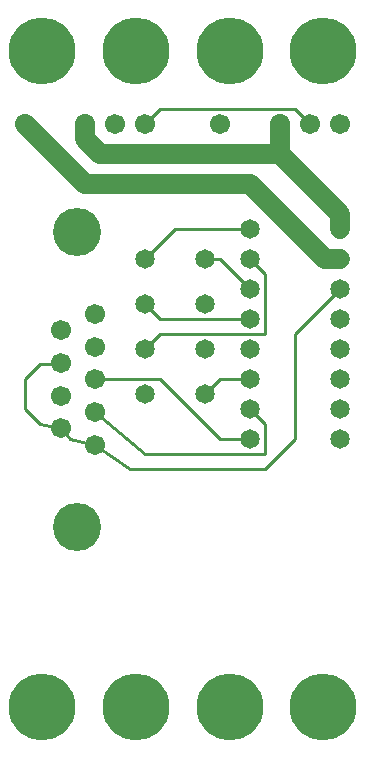
<source format=gbl>
%MOIN*%
%FSLAX25Y25*%
G04 D10 used for Character Trace; *
G04     Circle (OD=.01000) (No hole)*
G04 D11 used for Power Trace; *
G04     Circle (OD=.06700) (No hole)*
G04 D12 used for Signal Trace; *
G04     Circle (OD=.01100) (No hole)*
G04 D13 used for Via; *
G04     Circle (OD=.05800) (Round. Hole ID=.02800)*
G04 D14 used for Component hole; *
G04     Circle (OD=.06500) (Round. Hole ID=.03500)*
G04 D15 used for Component hole; *
G04     Circle (OD=.06700) (Round. Hole ID=.04300)*
G04 D16 used for Component hole; *
G04     Circle (OD=.08100) (Round. Hole ID=.05100)*
G04 D17 used for Component hole; *
G04     Circle (OD=.08900) (Round. Hole ID=.05900)*
G04 D18 used for Component hole; *
G04     Circle (OD=.11300) (Round. Hole ID=.08300)*
G04 D19 used for Component hole; *
G04     Circle (OD=.16000) (Round. Hole ID=.13000)*
G04 D20 used for Component hole; *
G04     Circle (OD=.18300) (Round. Hole ID=.15300)*
G04 D21 used for Component hole; *
G04     Circle (OD=.22291) (Round. Hole ID=.19291)*
%ADD10C,.01000*%
%ADD11C,.06700*%
%ADD12C,.01100*%
%ADD13C,.05800*%
%ADD14C,.06500*%
%ADD15C,.06700*%
%ADD16C,.08100*%
%ADD17C,.08900*%
%ADD18C,.11300*%
%ADD19C,.16000*%
%ADD20C,.18300*%
%ADD21C,.22291*%
%IPPOS*%
%LPD*%
G90*X0Y0D02*D21*X15625Y15625D03*X46875D03*D19*    
X27400Y75800D03*D21*X78125Y15625D03*D12*          
X45000Y95000D02*X90000D01*X45000D02*              
X33100Y103200D01*D15*D03*D12*X25000Y105000D01*    
X21800Y108700D01*D15*D03*D12*X15000Y110000D01*    
X10000Y115000D01*Y125000D01*X15000Y130000D01*     
X21800Y130400D01*D15*D03*Y141300D03*Y119600D03*   
X33100Y114100D03*D12*X50000Y100000D01*X90000D01*  
Y110000D01*X85000Y115000D01*D14*D03*D12*          
X70000Y120000D02*X75000Y125000D01*D14*            
X70000Y120000D03*D12*X75000Y125000D02*X85000D01*  
D14*D03*Y135000D03*D12*X100000Y105000D02*         
Y140000D01*X90000Y95000D02*X100000Y105000D01*D14* 
X85000D03*D12*X75000D01*X55000Y125000D01*         
X33100D01*D15*D03*Y135900D03*D14*X50000Y120000D03*
Y135000D03*D12*X55000Y140000D01*X90000D01*        
Y160000D01*X85000Y165000D01*D14*D03*Y175000D03*   
D12*X60000D01*X50000Y165000D01*D14*D03*Y150000D03*
D12*X55000Y145000D01*X85000D01*D14*D03*Y155000D03*
D12*X75000Y165000D01*X70000D01*D14*D03*Y150000D03*
X85000Y190000D03*D11*X110000Y165000D01*X115000D01*
D14*D03*Y175000D03*D11*Y180000D01*                
X105000Y190000D01*D14*D03*D11*X95000Y200000D01*   
X35000D01*X30000Y205000D01*Y210000D01*D15*D03*    
X40000D03*X50000D03*D12*X55000Y215000D01*         
X100000D01*X105000Y210000D01*D15*D03*D11*         
X95000Y200000D02*Y210000D01*D15*D03*D11*          
X30000Y190000D02*X85000D01*X30000D02*             
X10000Y210000D01*D15*D03*D21*X15625Y234375D03*D19*
X27400Y174200D03*D21*X46875Y234375D03*D15*        
X75000Y210000D03*X33100Y146800D03*D21*            
X78125Y234375D03*D14*X70000Y135000D03*D12*        
X100000Y140000D02*X115000Y155000D01*D14*D03*      
Y145000D03*Y135000D03*Y125000D03*Y115000D03*      
Y105000D03*D15*Y210000D03*D21*X109375Y234375D03*  
Y15625D03*M02*                                    

</source>
